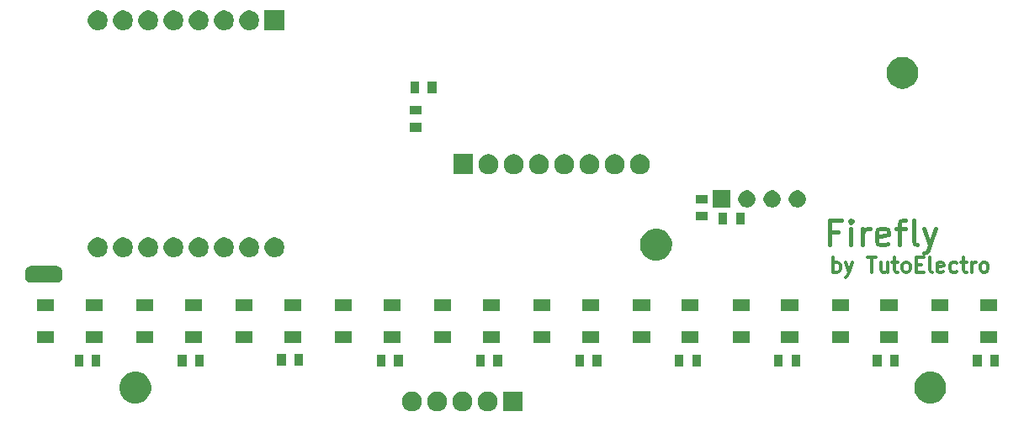
<source format=gts>
G04 #@! TF.GenerationSoftware,KiCad,Pcbnew,5.0.0-rc2-be01b52~65~ubuntu16.04.1*
G04 #@! TF.CreationDate,2018-06-25T12:20:31+02:00*
G04 #@! TF.ProjectId,Firefly,46697265666C792E6B696361645F7063,rev?*
G04 #@! TF.SameCoordinates,Original*
G04 #@! TF.FileFunction,Soldermask,Top*
G04 #@! TF.FilePolarity,Negative*
%FSLAX46Y46*%
G04 Gerber Fmt 4.6, Leading zero omitted, Abs format (unit mm)*
G04 Created by KiCad (PCBNEW 5.0.0-rc2-be01b52~65~ubuntu16.04.1) date Mon Jun 25 12:20:31 2018*
%MOMM*%
%LPD*%
G01*
G04 APERTURE LIST*
%ADD10C,0.350000*%
%ADD11C,0.450000*%
%ADD12C,0.100000*%
G04 APERTURE END LIST*
D10*
X182250000Y-127378571D02*
X182250000Y-125878571D01*
X182250000Y-126450000D02*
X182392857Y-126378571D01*
X182678571Y-126378571D01*
X182821428Y-126450000D01*
X182892857Y-126521428D01*
X182964285Y-126664285D01*
X182964285Y-127092857D01*
X182892857Y-127235714D01*
X182821428Y-127307142D01*
X182678571Y-127378571D01*
X182392857Y-127378571D01*
X182250000Y-127307142D01*
X183464285Y-126378571D02*
X183821428Y-127378571D01*
X184178571Y-126378571D02*
X183821428Y-127378571D01*
X183678571Y-127735714D01*
X183607142Y-127807142D01*
X183464285Y-127878571D01*
X185678571Y-125878571D02*
X186535714Y-125878571D01*
X186107142Y-127378571D02*
X186107142Y-125878571D01*
X187678571Y-126378571D02*
X187678571Y-127378571D01*
X187035714Y-126378571D02*
X187035714Y-127164285D01*
X187107142Y-127307142D01*
X187250000Y-127378571D01*
X187464285Y-127378571D01*
X187607142Y-127307142D01*
X187678571Y-127235714D01*
X188178571Y-126378571D02*
X188750000Y-126378571D01*
X188392857Y-125878571D02*
X188392857Y-127164285D01*
X188464285Y-127307142D01*
X188607142Y-127378571D01*
X188750000Y-127378571D01*
X189464285Y-127378571D02*
X189321428Y-127307142D01*
X189250000Y-127235714D01*
X189178571Y-127092857D01*
X189178571Y-126664285D01*
X189250000Y-126521428D01*
X189321428Y-126450000D01*
X189464285Y-126378571D01*
X189678571Y-126378571D01*
X189821428Y-126450000D01*
X189892857Y-126521428D01*
X189964285Y-126664285D01*
X189964285Y-127092857D01*
X189892857Y-127235714D01*
X189821428Y-127307142D01*
X189678571Y-127378571D01*
X189464285Y-127378571D01*
X190607142Y-126592857D02*
X191107142Y-126592857D01*
X191321428Y-127378571D02*
X190607142Y-127378571D01*
X190607142Y-125878571D01*
X191321428Y-125878571D01*
X192178571Y-127378571D02*
X192035714Y-127307142D01*
X191964285Y-127164285D01*
X191964285Y-125878571D01*
X193321428Y-127307142D02*
X193178571Y-127378571D01*
X192892857Y-127378571D01*
X192750000Y-127307142D01*
X192678571Y-127164285D01*
X192678571Y-126592857D01*
X192750000Y-126450000D01*
X192892857Y-126378571D01*
X193178571Y-126378571D01*
X193321428Y-126450000D01*
X193392857Y-126592857D01*
X193392857Y-126735714D01*
X192678571Y-126878571D01*
X194678571Y-127307142D02*
X194535714Y-127378571D01*
X194250000Y-127378571D01*
X194107142Y-127307142D01*
X194035714Y-127235714D01*
X193964285Y-127092857D01*
X193964285Y-126664285D01*
X194035714Y-126521428D01*
X194107142Y-126450000D01*
X194250000Y-126378571D01*
X194535714Y-126378571D01*
X194678571Y-126450000D01*
X195107142Y-126378571D02*
X195678571Y-126378571D01*
X195321428Y-125878571D02*
X195321428Y-127164285D01*
X195392857Y-127307142D01*
X195535714Y-127378571D01*
X195678571Y-127378571D01*
X196178571Y-127378571D02*
X196178571Y-126378571D01*
X196178571Y-126664285D02*
X196250000Y-126521428D01*
X196321428Y-126450000D01*
X196464285Y-126378571D01*
X196607142Y-126378571D01*
X197321428Y-127378571D02*
X197178571Y-127307142D01*
X197107142Y-127235714D01*
X197035714Y-127092857D01*
X197035714Y-126664285D01*
X197107142Y-126521428D01*
X197178571Y-126450000D01*
X197321428Y-126378571D01*
X197535714Y-126378571D01*
X197678571Y-126450000D01*
X197750000Y-126521428D01*
X197821428Y-126664285D01*
X197821428Y-127092857D01*
X197750000Y-127235714D01*
X197678571Y-127307142D01*
X197535714Y-127378571D01*
X197321428Y-127378571D01*
D11*
X182695238Y-123321428D02*
X181861904Y-123321428D01*
X181861904Y-124630952D02*
X181861904Y-122130952D01*
X183052380Y-122130952D01*
X184004761Y-124630952D02*
X184004761Y-122964285D01*
X184004761Y-122130952D02*
X183885714Y-122250000D01*
X184004761Y-122369047D01*
X184123809Y-122250000D01*
X184004761Y-122130952D01*
X184004761Y-122369047D01*
X185195238Y-124630952D02*
X185195238Y-122964285D01*
X185195238Y-123440476D02*
X185314285Y-123202380D01*
X185433333Y-123083333D01*
X185671428Y-122964285D01*
X185909523Y-122964285D01*
X187695238Y-124511904D02*
X187457142Y-124630952D01*
X186980952Y-124630952D01*
X186742857Y-124511904D01*
X186623809Y-124273809D01*
X186623809Y-123321428D01*
X186742857Y-123083333D01*
X186980952Y-122964285D01*
X187457142Y-122964285D01*
X187695238Y-123083333D01*
X187814285Y-123321428D01*
X187814285Y-123559523D01*
X186623809Y-123797619D01*
X188528571Y-122964285D02*
X189480952Y-122964285D01*
X188885714Y-124630952D02*
X188885714Y-122488095D01*
X189004761Y-122250000D01*
X189242857Y-122130952D01*
X189480952Y-122130952D01*
X190671428Y-124630952D02*
X190433333Y-124511904D01*
X190314285Y-124273809D01*
X190314285Y-122130952D01*
X191385714Y-122964285D02*
X191980952Y-124630952D01*
X192576190Y-122964285D02*
X191980952Y-124630952D01*
X191742857Y-125226190D01*
X191623809Y-125345238D01*
X191385714Y-125464285D01*
D12*
G36*
X145083151Y-139411230D02*
X145212158Y-139436891D01*
X145394433Y-139512392D01*
X145558484Y-139622008D01*
X145697992Y-139761516D01*
X145807608Y-139925567D01*
X145883109Y-140107842D01*
X145921600Y-140301352D01*
X145921600Y-140498648D01*
X145883109Y-140692158D01*
X145807608Y-140874433D01*
X145697992Y-141038484D01*
X145558484Y-141177992D01*
X145394433Y-141287608D01*
X145212158Y-141363109D01*
X145083151Y-141388770D01*
X145018649Y-141401600D01*
X144821351Y-141401600D01*
X144756849Y-141388770D01*
X144627842Y-141363109D01*
X144445567Y-141287608D01*
X144281516Y-141177992D01*
X144142008Y-141038484D01*
X144032392Y-140874433D01*
X143956891Y-140692158D01*
X143918400Y-140498648D01*
X143918400Y-140301352D01*
X143956891Y-140107842D01*
X144032392Y-139925567D01*
X144142008Y-139761516D01*
X144281516Y-139622008D01*
X144445567Y-139512392D01*
X144627842Y-139436891D01*
X144756849Y-139411230D01*
X144821351Y-139398400D01*
X145018649Y-139398400D01*
X145083151Y-139411230D01*
X145083151Y-139411230D01*
G37*
G36*
X142543151Y-139411230D02*
X142672158Y-139436891D01*
X142854433Y-139512392D01*
X143018484Y-139622008D01*
X143157992Y-139761516D01*
X143267608Y-139925567D01*
X143343109Y-140107842D01*
X143381600Y-140301352D01*
X143381600Y-140498648D01*
X143343109Y-140692158D01*
X143267608Y-140874433D01*
X143157992Y-141038484D01*
X143018484Y-141177992D01*
X142854433Y-141287608D01*
X142672158Y-141363109D01*
X142543151Y-141388770D01*
X142478649Y-141401600D01*
X142281351Y-141401600D01*
X142216849Y-141388770D01*
X142087842Y-141363109D01*
X141905567Y-141287608D01*
X141741516Y-141177992D01*
X141602008Y-141038484D01*
X141492392Y-140874433D01*
X141416891Y-140692158D01*
X141378400Y-140498648D01*
X141378400Y-140301352D01*
X141416891Y-140107842D01*
X141492392Y-139925567D01*
X141602008Y-139761516D01*
X141741516Y-139622008D01*
X141905567Y-139512392D01*
X142087842Y-139436891D01*
X142216849Y-139411230D01*
X142281351Y-139398400D01*
X142478649Y-139398400D01*
X142543151Y-139411230D01*
X142543151Y-139411230D01*
G37*
G36*
X140003151Y-139411230D02*
X140132158Y-139436891D01*
X140314433Y-139512392D01*
X140478484Y-139622008D01*
X140617992Y-139761516D01*
X140727608Y-139925567D01*
X140803109Y-140107842D01*
X140841600Y-140301352D01*
X140841600Y-140498648D01*
X140803109Y-140692158D01*
X140727608Y-140874433D01*
X140617992Y-141038484D01*
X140478484Y-141177992D01*
X140314433Y-141287608D01*
X140132158Y-141363109D01*
X140003151Y-141388770D01*
X139938649Y-141401600D01*
X139741351Y-141401600D01*
X139676849Y-141388770D01*
X139547842Y-141363109D01*
X139365567Y-141287608D01*
X139201516Y-141177992D01*
X139062008Y-141038484D01*
X138952392Y-140874433D01*
X138876891Y-140692158D01*
X138838400Y-140498648D01*
X138838400Y-140301352D01*
X138876891Y-140107842D01*
X138952392Y-139925567D01*
X139062008Y-139761516D01*
X139201516Y-139622008D01*
X139365567Y-139512392D01*
X139547842Y-139436891D01*
X139676849Y-139411230D01*
X139741351Y-139398400D01*
X139938649Y-139398400D01*
X140003151Y-139411230D01*
X140003151Y-139411230D01*
G37*
G36*
X151001600Y-141401600D02*
X148998400Y-141401600D01*
X148998400Y-139398400D01*
X151001600Y-139398400D01*
X151001600Y-141401600D01*
X151001600Y-141401600D01*
G37*
G36*
X147623151Y-139411230D02*
X147752158Y-139436891D01*
X147934433Y-139512392D01*
X148098484Y-139622008D01*
X148237992Y-139761516D01*
X148347608Y-139925567D01*
X148423109Y-140107842D01*
X148461600Y-140301352D01*
X148461600Y-140498648D01*
X148423109Y-140692158D01*
X148347608Y-140874433D01*
X148237992Y-141038484D01*
X148098484Y-141177992D01*
X147934433Y-141287608D01*
X147752158Y-141363109D01*
X147623151Y-141388770D01*
X147558649Y-141401600D01*
X147361351Y-141401600D01*
X147296849Y-141388770D01*
X147167842Y-141363109D01*
X146985567Y-141287608D01*
X146821516Y-141177992D01*
X146682008Y-141038484D01*
X146572392Y-140874433D01*
X146496891Y-140692158D01*
X146458400Y-140498648D01*
X146458400Y-140301352D01*
X146496891Y-140107842D01*
X146572392Y-139925567D01*
X146682008Y-139761516D01*
X146821516Y-139622008D01*
X146985567Y-139512392D01*
X147167842Y-139436891D01*
X147296849Y-139411230D01*
X147361351Y-139398400D01*
X147558649Y-139398400D01*
X147623151Y-139411230D01*
X147623151Y-139411230D01*
G37*
G36*
X192260886Y-137418916D02*
X192467171Y-137459949D01*
X192758640Y-137580679D01*
X193020961Y-137755957D01*
X193244043Y-137979039D01*
X193419321Y-138241360D01*
X193540051Y-138532829D01*
X193601600Y-138842257D01*
X193601600Y-139157743D01*
X193540051Y-139467171D01*
X193419321Y-139758640D01*
X193244043Y-140020961D01*
X193020961Y-140244043D01*
X192758640Y-140419321D01*
X192467171Y-140540051D01*
X192260886Y-140581084D01*
X192157744Y-140601600D01*
X191842256Y-140601600D01*
X191739114Y-140581084D01*
X191532829Y-140540051D01*
X191241360Y-140419321D01*
X190979039Y-140244043D01*
X190755957Y-140020961D01*
X190580679Y-139758640D01*
X190459949Y-139467171D01*
X190398400Y-139157743D01*
X190398400Y-138842257D01*
X190459949Y-138532829D01*
X190580679Y-138241360D01*
X190755957Y-137979039D01*
X190979039Y-137755957D01*
X191241360Y-137580679D01*
X191532829Y-137459949D01*
X191739114Y-137418916D01*
X191842256Y-137398400D01*
X192157744Y-137398400D01*
X192260886Y-137418916D01*
X192260886Y-137418916D01*
G37*
G36*
X112260886Y-137418916D02*
X112467171Y-137459949D01*
X112758640Y-137580679D01*
X113020961Y-137755957D01*
X113244043Y-137979039D01*
X113419321Y-138241360D01*
X113540051Y-138532829D01*
X113601600Y-138842257D01*
X113601600Y-139157743D01*
X113540051Y-139467171D01*
X113419321Y-139758640D01*
X113244043Y-140020961D01*
X113020961Y-140244043D01*
X112758640Y-140419321D01*
X112467171Y-140540051D01*
X112260886Y-140581084D01*
X112157744Y-140601600D01*
X111842256Y-140601600D01*
X111739114Y-140581084D01*
X111532829Y-140540051D01*
X111241360Y-140419321D01*
X110979039Y-140244043D01*
X110755957Y-140020961D01*
X110580679Y-139758640D01*
X110459949Y-139467171D01*
X110398400Y-139157743D01*
X110398400Y-138842257D01*
X110459949Y-138532829D01*
X110580679Y-138241360D01*
X110755957Y-137979039D01*
X110979039Y-137755957D01*
X111241360Y-137580679D01*
X111532829Y-137459949D01*
X111739114Y-137418916D01*
X111842256Y-137398400D01*
X112157744Y-137398400D01*
X112260886Y-137418916D01*
X112260886Y-137418916D01*
G37*
G36*
X168911600Y-136901600D02*
X168038400Y-136901600D01*
X168038400Y-135698400D01*
X168911600Y-135698400D01*
X168911600Y-136901600D01*
X168911600Y-136901600D01*
G37*
G36*
X138911600Y-136901600D02*
X138038400Y-136901600D01*
X138038400Y-135698400D01*
X138911600Y-135698400D01*
X138911600Y-136901600D01*
X138911600Y-136901600D01*
G37*
G36*
X137161600Y-136901600D02*
X136288400Y-136901600D01*
X136288400Y-135698400D01*
X137161600Y-135698400D01*
X137161600Y-136901600D01*
X137161600Y-136901600D01*
G37*
G36*
X147161600Y-136901600D02*
X146288400Y-136901600D01*
X146288400Y-135698400D01*
X147161600Y-135698400D01*
X147161600Y-136901600D01*
X147161600Y-136901600D01*
G37*
G36*
X148911600Y-136901600D02*
X148038400Y-136901600D01*
X148038400Y-135698400D01*
X148911600Y-135698400D01*
X148911600Y-136901600D01*
X148911600Y-136901600D01*
G37*
G36*
X157161600Y-136901600D02*
X156288400Y-136901600D01*
X156288400Y-135698400D01*
X157161600Y-135698400D01*
X157161600Y-136901600D01*
X157161600Y-136901600D01*
G37*
G36*
X158911600Y-136901600D02*
X158038400Y-136901600D01*
X158038400Y-135698400D01*
X158911600Y-135698400D01*
X158911600Y-136901600D01*
X158911600Y-136901600D01*
G37*
G36*
X167161600Y-136901600D02*
X166288400Y-136901600D01*
X166288400Y-135698400D01*
X167161600Y-135698400D01*
X167161600Y-136901600D01*
X167161600Y-136901600D01*
G37*
G36*
X177161600Y-136901600D02*
X176288400Y-136901600D01*
X176288400Y-135698400D01*
X177161600Y-135698400D01*
X177161600Y-136901600D01*
X177161600Y-136901600D01*
G37*
G36*
X187086600Y-136901600D02*
X186213400Y-136901600D01*
X186213400Y-135698400D01*
X187086600Y-135698400D01*
X187086600Y-136901600D01*
X187086600Y-136901600D01*
G37*
G36*
X178911600Y-136901600D02*
X178038400Y-136901600D01*
X178038400Y-135698400D01*
X178911600Y-135698400D01*
X178911600Y-136901600D01*
X178911600Y-136901600D01*
G37*
G36*
X188836600Y-136901600D02*
X187963400Y-136901600D01*
X187963400Y-135698400D01*
X188836600Y-135698400D01*
X188836600Y-136901600D01*
X188836600Y-136901600D01*
G37*
G36*
X197161600Y-136901600D02*
X196288400Y-136901600D01*
X196288400Y-135698400D01*
X197161600Y-135698400D01*
X197161600Y-136901600D01*
X197161600Y-136901600D01*
G37*
G36*
X198911600Y-136901600D02*
X198038400Y-136901600D01*
X198038400Y-135698400D01*
X198911600Y-135698400D01*
X198911600Y-136901600D01*
X198911600Y-136901600D01*
G37*
G36*
X117161600Y-136901600D02*
X116288400Y-136901600D01*
X116288400Y-135698400D01*
X117161600Y-135698400D01*
X117161600Y-136901600D01*
X117161600Y-136901600D01*
G37*
G36*
X106761600Y-136901600D02*
X105888400Y-136901600D01*
X105888400Y-135698400D01*
X106761600Y-135698400D01*
X106761600Y-136901600D01*
X106761600Y-136901600D01*
G37*
G36*
X108511600Y-136901600D02*
X107638400Y-136901600D01*
X107638400Y-135698400D01*
X108511600Y-135698400D01*
X108511600Y-136901600D01*
X108511600Y-136901600D01*
G37*
G36*
X118911600Y-136901600D02*
X118038400Y-136901600D01*
X118038400Y-135698400D01*
X118911600Y-135698400D01*
X118911600Y-136901600D01*
X118911600Y-136901600D01*
G37*
G36*
X127161600Y-136801600D02*
X126288400Y-136801600D01*
X126288400Y-135598400D01*
X127161600Y-135598400D01*
X127161600Y-136801600D01*
X127161600Y-136801600D01*
G37*
G36*
X128911600Y-136801600D02*
X128038400Y-136801600D01*
X128038400Y-135598400D01*
X128911600Y-135598400D01*
X128911600Y-136801600D01*
X128911600Y-136801600D01*
G37*
G36*
X118701600Y-134501600D02*
X116998400Y-134501600D01*
X116998400Y-133298400D01*
X118701600Y-133298400D01*
X118701600Y-134501600D01*
X118701600Y-134501600D01*
G37*
G36*
X173801600Y-134501600D02*
X172098400Y-134501600D01*
X172098400Y-133298400D01*
X173801600Y-133298400D01*
X173801600Y-134501600D01*
X173801600Y-134501600D01*
G37*
G36*
X198701600Y-134501600D02*
X196998400Y-134501600D01*
X196998400Y-133298400D01*
X198701600Y-133298400D01*
X198701600Y-134501600D01*
X198701600Y-134501600D01*
G37*
G36*
X193801600Y-134501600D02*
X192098400Y-134501600D01*
X192098400Y-133298400D01*
X193801600Y-133298400D01*
X193801600Y-134501600D01*
X193801600Y-134501600D01*
G37*
G36*
X188701600Y-134501600D02*
X186998400Y-134501600D01*
X186998400Y-133298400D01*
X188701600Y-133298400D01*
X188701600Y-134501600D01*
X188701600Y-134501600D01*
G37*
G36*
X183801600Y-134501600D02*
X182098400Y-134501600D01*
X182098400Y-133298400D01*
X183801600Y-133298400D01*
X183801600Y-134501600D01*
X183801600Y-134501600D01*
G37*
G36*
X128701600Y-134501600D02*
X126998400Y-134501600D01*
X126998400Y-133298400D01*
X128701600Y-133298400D01*
X128701600Y-134501600D01*
X128701600Y-134501600D01*
G37*
G36*
X168701600Y-134501600D02*
X166998400Y-134501600D01*
X166998400Y-133298400D01*
X168701600Y-133298400D01*
X168701600Y-134501600D01*
X168701600Y-134501600D01*
G37*
G36*
X178701600Y-134501600D02*
X176998400Y-134501600D01*
X176998400Y-133298400D01*
X178701600Y-133298400D01*
X178701600Y-134501600D01*
X178701600Y-134501600D01*
G37*
G36*
X113801600Y-134501600D02*
X112098400Y-134501600D01*
X112098400Y-133298400D01*
X113801600Y-133298400D01*
X113801600Y-134501600D01*
X113801600Y-134501600D01*
G37*
G36*
X138701600Y-134501600D02*
X136998400Y-134501600D01*
X136998400Y-133298400D01*
X138701600Y-133298400D01*
X138701600Y-134501600D01*
X138701600Y-134501600D01*
G37*
G36*
X133801600Y-134501600D02*
X132098400Y-134501600D01*
X132098400Y-133298400D01*
X133801600Y-133298400D01*
X133801600Y-134501600D01*
X133801600Y-134501600D01*
G37*
G36*
X103801600Y-134501600D02*
X102098400Y-134501600D01*
X102098400Y-133298400D01*
X103801600Y-133298400D01*
X103801600Y-134501600D01*
X103801600Y-134501600D01*
G37*
G36*
X148701600Y-134501600D02*
X146998400Y-134501600D01*
X146998400Y-133298400D01*
X148701600Y-133298400D01*
X148701600Y-134501600D01*
X148701600Y-134501600D01*
G37*
G36*
X143801600Y-134501600D02*
X142098400Y-134501600D01*
X142098400Y-133298400D01*
X143801600Y-133298400D01*
X143801600Y-134501600D01*
X143801600Y-134501600D01*
G37*
G36*
X153801600Y-134501600D02*
X152098400Y-134501600D01*
X152098400Y-133298400D01*
X153801600Y-133298400D01*
X153801600Y-134501600D01*
X153801600Y-134501600D01*
G37*
G36*
X158701600Y-134501600D02*
X156998400Y-134501600D01*
X156998400Y-133298400D01*
X158701600Y-133298400D01*
X158701600Y-134501600D01*
X158701600Y-134501600D01*
G37*
G36*
X163801600Y-134501600D02*
X162098400Y-134501600D01*
X162098400Y-133298400D01*
X163801600Y-133298400D01*
X163801600Y-134501600D01*
X163801600Y-134501600D01*
G37*
G36*
X108701600Y-134501600D02*
X106998400Y-134501600D01*
X106998400Y-133298400D01*
X108701600Y-133298400D01*
X108701600Y-134501600D01*
X108701600Y-134501600D01*
G37*
G36*
X123801600Y-134501600D02*
X122098400Y-134501600D01*
X122098400Y-133298400D01*
X123801600Y-133298400D01*
X123801600Y-134501600D01*
X123801600Y-134501600D01*
G37*
G36*
X153801600Y-131301600D02*
X152098400Y-131301600D01*
X152098400Y-130098400D01*
X153801600Y-130098400D01*
X153801600Y-131301600D01*
X153801600Y-131301600D01*
G37*
G36*
X143801600Y-131301600D02*
X142098400Y-131301600D01*
X142098400Y-130098400D01*
X143801600Y-130098400D01*
X143801600Y-131301600D01*
X143801600Y-131301600D01*
G37*
G36*
X148701600Y-131301600D02*
X146998400Y-131301600D01*
X146998400Y-130098400D01*
X148701600Y-130098400D01*
X148701600Y-131301600D01*
X148701600Y-131301600D01*
G37*
G36*
X133801600Y-131301600D02*
X132098400Y-131301600D01*
X132098400Y-130098400D01*
X133801600Y-130098400D01*
X133801600Y-131301600D01*
X133801600Y-131301600D01*
G37*
G36*
X138701600Y-131301600D02*
X136998400Y-131301600D01*
X136998400Y-130098400D01*
X138701600Y-130098400D01*
X138701600Y-131301600D01*
X138701600Y-131301600D01*
G37*
G36*
X113801600Y-131301600D02*
X112098400Y-131301600D01*
X112098400Y-130098400D01*
X113801600Y-130098400D01*
X113801600Y-131301600D01*
X113801600Y-131301600D01*
G37*
G36*
X118701600Y-131301600D02*
X116998400Y-131301600D01*
X116998400Y-130098400D01*
X118701600Y-130098400D01*
X118701600Y-131301600D01*
X118701600Y-131301600D01*
G37*
G36*
X108701600Y-131301600D02*
X106998400Y-131301600D01*
X106998400Y-130098400D01*
X108701600Y-130098400D01*
X108701600Y-131301600D01*
X108701600Y-131301600D01*
G37*
G36*
X123801600Y-131301600D02*
X122098400Y-131301600D01*
X122098400Y-130098400D01*
X123801600Y-130098400D01*
X123801600Y-131301600D01*
X123801600Y-131301600D01*
G37*
G36*
X173801600Y-131301600D02*
X172098400Y-131301600D01*
X172098400Y-130098400D01*
X173801600Y-130098400D01*
X173801600Y-131301600D01*
X173801600Y-131301600D01*
G37*
G36*
X163801600Y-131301600D02*
X162098400Y-131301600D01*
X162098400Y-130098400D01*
X163801600Y-130098400D01*
X163801600Y-131301600D01*
X163801600Y-131301600D01*
G37*
G36*
X103801600Y-131301600D02*
X102098400Y-131301600D01*
X102098400Y-130098400D01*
X103801600Y-130098400D01*
X103801600Y-131301600D01*
X103801600Y-131301600D01*
G37*
G36*
X128701600Y-131301600D02*
X126998400Y-131301600D01*
X126998400Y-130098400D01*
X128701600Y-130098400D01*
X128701600Y-131301600D01*
X128701600Y-131301600D01*
G37*
G36*
X158701600Y-131301600D02*
X156998400Y-131301600D01*
X156998400Y-130098400D01*
X158701600Y-130098400D01*
X158701600Y-131301600D01*
X158701600Y-131301600D01*
G37*
G36*
X193801600Y-131301600D02*
X192098400Y-131301600D01*
X192098400Y-130098400D01*
X193801600Y-130098400D01*
X193801600Y-131301600D01*
X193801600Y-131301600D01*
G37*
G36*
X198701600Y-131301600D02*
X196998400Y-131301600D01*
X196998400Y-130098400D01*
X198701600Y-130098400D01*
X198701600Y-131301600D01*
X198701600Y-131301600D01*
G37*
G36*
X183801600Y-131301600D02*
X182098400Y-131301600D01*
X182098400Y-130098400D01*
X183801600Y-130098400D01*
X183801600Y-131301600D01*
X183801600Y-131301600D01*
G37*
G36*
X178701600Y-131301600D02*
X176998400Y-131301600D01*
X176998400Y-130098400D01*
X178701600Y-130098400D01*
X178701600Y-131301600D01*
X178701600Y-131301600D01*
G37*
G36*
X168701600Y-131301600D02*
X166998400Y-131301600D01*
X166998400Y-130098400D01*
X168701600Y-130098400D01*
X168701600Y-131301600D01*
X168701600Y-131301600D01*
G37*
G36*
X188701600Y-131301600D02*
X186998400Y-131301600D01*
X186998400Y-130098400D01*
X188701600Y-130098400D01*
X188701600Y-131301600D01*
X188701600Y-131301600D01*
G37*
G36*
X104174177Y-126749925D02*
X104182960Y-126754619D01*
X104192487Y-126757509D01*
X104217367Y-126759960D01*
X104330223Y-126794194D01*
X104434232Y-126849788D01*
X104525396Y-126924605D01*
X104600213Y-127015769D01*
X104655807Y-127119778D01*
X104690041Y-127232634D01*
X104701601Y-127350000D01*
X104701601Y-127850000D01*
X104690041Y-127967366D01*
X104655807Y-128080222D01*
X104600213Y-128184231D01*
X104525396Y-128275395D01*
X104434232Y-128350212D01*
X104330223Y-128405806D01*
X104217367Y-128440040D01*
X104194973Y-128442246D01*
X104187654Y-128443701D01*
X104178454Y-128447512D01*
X104172336Y-128451600D01*
X101427681Y-128451600D01*
X101425823Y-128450075D01*
X101417040Y-128445381D01*
X101407513Y-128442491D01*
X101382633Y-128440040D01*
X101269777Y-128405806D01*
X101165768Y-128350212D01*
X101074604Y-128275395D01*
X100999787Y-128184231D01*
X100944193Y-128080222D01*
X100909959Y-127967366D01*
X100898399Y-127850000D01*
X100898399Y-127350000D01*
X100909959Y-127232634D01*
X100944193Y-127119778D01*
X100999787Y-127015769D01*
X101074604Y-126924605D01*
X101165768Y-126849788D01*
X101269777Y-126794194D01*
X101382633Y-126759960D01*
X101405027Y-126757754D01*
X101412346Y-126756299D01*
X101421546Y-126752488D01*
X101427664Y-126748400D01*
X104172319Y-126748400D01*
X104174177Y-126749925D01*
X104174177Y-126749925D01*
G37*
G36*
X164660886Y-123018916D02*
X164867171Y-123059949D01*
X165158640Y-123180679D01*
X165420961Y-123355957D01*
X165644043Y-123579039D01*
X165819321Y-123841360D01*
X165940051Y-124132829D01*
X165940051Y-124132831D01*
X166001600Y-124442256D01*
X166001600Y-124757744D01*
X166000882Y-124761352D01*
X165940051Y-125067171D01*
X165819321Y-125358640D01*
X165725880Y-125498484D01*
X165644044Y-125620960D01*
X165420960Y-125844044D01*
X165333521Y-125902469D01*
X165158640Y-126019321D01*
X164867171Y-126140051D01*
X164660886Y-126181084D01*
X164557744Y-126201600D01*
X164242256Y-126201600D01*
X164139114Y-126181084D01*
X163932829Y-126140051D01*
X163641360Y-126019321D01*
X163466479Y-125902469D01*
X163379040Y-125844044D01*
X163155956Y-125620960D01*
X163074120Y-125498484D01*
X162980679Y-125358640D01*
X162859949Y-125067171D01*
X162799118Y-124761352D01*
X162798400Y-124757744D01*
X162798400Y-124442256D01*
X162859949Y-124132831D01*
X162859949Y-124132829D01*
X162980679Y-123841360D01*
X163155957Y-123579039D01*
X163379039Y-123355957D01*
X163641360Y-123180679D01*
X163932829Y-123059949D01*
X164139114Y-123018916D01*
X164242256Y-122998400D01*
X164557744Y-122998400D01*
X164660886Y-123018916D01*
X164660886Y-123018916D01*
G37*
G36*
X123623151Y-123871230D02*
X123752158Y-123896891D01*
X123934433Y-123972392D01*
X124098484Y-124082008D01*
X124237992Y-124221516D01*
X124347608Y-124385567D01*
X124423109Y-124567842D01*
X124423109Y-124567844D01*
X124460883Y-124757744D01*
X124461600Y-124761352D01*
X124461600Y-124958648D01*
X124423109Y-125152158D01*
X124347608Y-125334433D01*
X124237992Y-125498484D01*
X124098484Y-125637992D01*
X123934433Y-125747608D01*
X123752158Y-125823109D01*
X123646914Y-125844043D01*
X123558649Y-125861600D01*
X123361351Y-125861600D01*
X123273086Y-125844043D01*
X123167842Y-125823109D01*
X122985567Y-125747608D01*
X122821516Y-125637992D01*
X122682008Y-125498484D01*
X122572392Y-125334433D01*
X122496891Y-125152158D01*
X122458400Y-124958648D01*
X122458400Y-124761352D01*
X122459118Y-124757744D01*
X122496891Y-124567844D01*
X122496891Y-124567842D01*
X122572392Y-124385567D01*
X122682008Y-124221516D01*
X122821516Y-124082008D01*
X122985567Y-123972392D01*
X123167842Y-123896891D01*
X123296849Y-123871230D01*
X123361351Y-123858400D01*
X123558649Y-123858400D01*
X123623151Y-123871230D01*
X123623151Y-123871230D01*
G37*
G36*
X113463151Y-123871230D02*
X113592158Y-123896891D01*
X113774433Y-123972392D01*
X113938484Y-124082008D01*
X114077992Y-124221516D01*
X114187608Y-124385567D01*
X114263109Y-124567842D01*
X114263109Y-124567844D01*
X114300883Y-124757744D01*
X114301600Y-124761352D01*
X114301600Y-124958648D01*
X114263109Y-125152158D01*
X114187608Y-125334433D01*
X114077992Y-125498484D01*
X113938484Y-125637992D01*
X113774433Y-125747608D01*
X113592158Y-125823109D01*
X113486914Y-125844043D01*
X113398649Y-125861600D01*
X113201351Y-125861600D01*
X113113086Y-125844043D01*
X113007842Y-125823109D01*
X112825567Y-125747608D01*
X112661516Y-125637992D01*
X112522008Y-125498484D01*
X112412392Y-125334433D01*
X112336891Y-125152158D01*
X112298400Y-124958648D01*
X112298400Y-124761352D01*
X112299118Y-124757744D01*
X112336891Y-124567844D01*
X112336891Y-124567842D01*
X112412392Y-124385567D01*
X112522008Y-124221516D01*
X112661516Y-124082008D01*
X112825567Y-123972392D01*
X113007842Y-123896891D01*
X113136849Y-123871230D01*
X113201351Y-123858400D01*
X113398649Y-123858400D01*
X113463151Y-123871230D01*
X113463151Y-123871230D01*
G37*
G36*
X116003151Y-123871230D02*
X116132158Y-123896891D01*
X116314433Y-123972392D01*
X116478484Y-124082008D01*
X116617992Y-124221516D01*
X116727608Y-124385567D01*
X116803109Y-124567842D01*
X116803109Y-124567844D01*
X116840883Y-124757744D01*
X116841600Y-124761352D01*
X116841600Y-124958648D01*
X116803109Y-125152158D01*
X116727608Y-125334433D01*
X116617992Y-125498484D01*
X116478484Y-125637992D01*
X116314433Y-125747608D01*
X116132158Y-125823109D01*
X116026914Y-125844043D01*
X115938649Y-125861600D01*
X115741351Y-125861600D01*
X115653086Y-125844043D01*
X115547842Y-125823109D01*
X115365567Y-125747608D01*
X115201516Y-125637992D01*
X115062008Y-125498484D01*
X114952392Y-125334433D01*
X114876891Y-125152158D01*
X114838400Y-124958648D01*
X114838400Y-124761352D01*
X114839118Y-124757744D01*
X114876891Y-124567844D01*
X114876891Y-124567842D01*
X114952392Y-124385567D01*
X115062008Y-124221516D01*
X115201516Y-124082008D01*
X115365567Y-123972392D01*
X115547842Y-123896891D01*
X115676849Y-123871230D01*
X115741351Y-123858400D01*
X115938649Y-123858400D01*
X116003151Y-123871230D01*
X116003151Y-123871230D01*
G37*
G36*
X118543151Y-123871230D02*
X118672158Y-123896891D01*
X118854433Y-123972392D01*
X119018484Y-124082008D01*
X119157992Y-124221516D01*
X119267608Y-124385567D01*
X119343109Y-124567842D01*
X119343109Y-124567844D01*
X119380883Y-124757744D01*
X119381600Y-124761352D01*
X119381600Y-124958648D01*
X119343109Y-125152158D01*
X119267608Y-125334433D01*
X119157992Y-125498484D01*
X119018484Y-125637992D01*
X118854433Y-125747608D01*
X118672158Y-125823109D01*
X118566914Y-125844043D01*
X118478649Y-125861600D01*
X118281351Y-125861600D01*
X118193086Y-125844043D01*
X118087842Y-125823109D01*
X117905567Y-125747608D01*
X117741516Y-125637992D01*
X117602008Y-125498484D01*
X117492392Y-125334433D01*
X117416891Y-125152158D01*
X117378400Y-124958648D01*
X117378400Y-124761352D01*
X117379118Y-124757744D01*
X117416891Y-124567844D01*
X117416891Y-124567842D01*
X117492392Y-124385567D01*
X117602008Y-124221516D01*
X117741516Y-124082008D01*
X117905567Y-123972392D01*
X118087842Y-123896891D01*
X118216849Y-123871230D01*
X118281351Y-123858400D01*
X118478649Y-123858400D01*
X118543151Y-123871230D01*
X118543151Y-123871230D01*
G37*
G36*
X121083151Y-123871230D02*
X121212158Y-123896891D01*
X121394433Y-123972392D01*
X121558484Y-124082008D01*
X121697992Y-124221516D01*
X121807608Y-124385567D01*
X121883109Y-124567842D01*
X121883109Y-124567844D01*
X121920883Y-124757744D01*
X121921600Y-124761352D01*
X121921600Y-124958648D01*
X121883109Y-125152158D01*
X121807608Y-125334433D01*
X121697992Y-125498484D01*
X121558484Y-125637992D01*
X121394433Y-125747608D01*
X121212158Y-125823109D01*
X121106914Y-125844043D01*
X121018649Y-125861600D01*
X120821351Y-125861600D01*
X120733086Y-125844043D01*
X120627842Y-125823109D01*
X120445567Y-125747608D01*
X120281516Y-125637992D01*
X120142008Y-125498484D01*
X120032392Y-125334433D01*
X119956891Y-125152158D01*
X119918400Y-124958648D01*
X119918400Y-124761352D01*
X119919118Y-124757744D01*
X119956891Y-124567844D01*
X119956891Y-124567842D01*
X120032392Y-124385567D01*
X120142008Y-124221516D01*
X120281516Y-124082008D01*
X120445567Y-123972392D01*
X120627842Y-123896891D01*
X120756849Y-123871230D01*
X120821351Y-123858400D01*
X121018649Y-123858400D01*
X121083151Y-123871230D01*
X121083151Y-123871230D01*
G37*
G36*
X126163151Y-123871230D02*
X126292158Y-123896891D01*
X126474433Y-123972392D01*
X126638484Y-124082008D01*
X126777992Y-124221516D01*
X126887608Y-124385567D01*
X126963109Y-124567842D01*
X126963109Y-124567844D01*
X127000883Y-124757744D01*
X127001600Y-124761352D01*
X127001600Y-124958648D01*
X126963109Y-125152158D01*
X126887608Y-125334433D01*
X126777992Y-125498484D01*
X126638484Y-125637992D01*
X126474433Y-125747608D01*
X126292158Y-125823109D01*
X126186914Y-125844043D01*
X126098649Y-125861600D01*
X125901351Y-125861600D01*
X125813086Y-125844043D01*
X125707842Y-125823109D01*
X125525567Y-125747608D01*
X125361516Y-125637992D01*
X125222008Y-125498484D01*
X125112392Y-125334433D01*
X125036891Y-125152158D01*
X124998400Y-124958648D01*
X124998400Y-124761352D01*
X124999118Y-124757744D01*
X125036891Y-124567844D01*
X125036891Y-124567842D01*
X125112392Y-124385567D01*
X125222008Y-124221516D01*
X125361516Y-124082008D01*
X125525567Y-123972392D01*
X125707842Y-123896891D01*
X125836849Y-123871230D01*
X125901351Y-123858400D01*
X126098649Y-123858400D01*
X126163151Y-123871230D01*
X126163151Y-123871230D01*
G37*
G36*
X108383151Y-123871230D02*
X108512158Y-123896891D01*
X108694433Y-123972392D01*
X108858484Y-124082008D01*
X108997992Y-124221516D01*
X109107608Y-124385567D01*
X109183109Y-124567842D01*
X109183109Y-124567844D01*
X109220883Y-124757744D01*
X109221600Y-124761352D01*
X109221600Y-124958648D01*
X109183109Y-125152158D01*
X109107608Y-125334433D01*
X108997992Y-125498484D01*
X108858484Y-125637992D01*
X108694433Y-125747608D01*
X108512158Y-125823109D01*
X108406914Y-125844043D01*
X108318649Y-125861600D01*
X108121351Y-125861600D01*
X108033086Y-125844043D01*
X107927842Y-125823109D01*
X107745567Y-125747608D01*
X107581516Y-125637992D01*
X107442008Y-125498484D01*
X107332392Y-125334433D01*
X107256891Y-125152158D01*
X107218400Y-124958648D01*
X107218400Y-124761352D01*
X107219118Y-124757744D01*
X107256891Y-124567844D01*
X107256891Y-124567842D01*
X107332392Y-124385567D01*
X107442008Y-124221516D01*
X107581516Y-124082008D01*
X107745567Y-123972392D01*
X107927842Y-123896891D01*
X108056849Y-123871230D01*
X108121351Y-123858400D01*
X108318649Y-123858400D01*
X108383151Y-123871230D01*
X108383151Y-123871230D01*
G37*
G36*
X110923151Y-123871230D02*
X111052158Y-123896891D01*
X111234433Y-123972392D01*
X111398484Y-124082008D01*
X111537992Y-124221516D01*
X111647608Y-124385567D01*
X111723109Y-124567842D01*
X111723109Y-124567844D01*
X111760883Y-124757744D01*
X111761600Y-124761352D01*
X111761600Y-124958648D01*
X111723109Y-125152158D01*
X111647608Y-125334433D01*
X111537992Y-125498484D01*
X111398484Y-125637992D01*
X111234433Y-125747608D01*
X111052158Y-125823109D01*
X110946914Y-125844043D01*
X110858649Y-125861600D01*
X110661351Y-125861600D01*
X110573086Y-125844043D01*
X110467842Y-125823109D01*
X110285567Y-125747608D01*
X110121516Y-125637992D01*
X109982008Y-125498484D01*
X109872392Y-125334433D01*
X109796891Y-125152158D01*
X109758400Y-124958648D01*
X109758400Y-124761352D01*
X109759118Y-124757744D01*
X109796891Y-124567844D01*
X109796891Y-124567842D01*
X109872392Y-124385567D01*
X109982008Y-124221516D01*
X110121516Y-124082008D01*
X110285567Y-123972392D01*
X110467842Y-123896891D01*
X110596849Y-123871230D01*
X110661351Y-123858400D01*
X110858649Y-123858400D01*
X110923151Y-123871230D01*
X110923151Y-123871230D01*
G37*
G36*
X173311600Y-122601600D02*
X172438400Y-122601600D01*
X172438400Y-121398400D01*
X173311600Y-121398400D01*
X173311600Y-122601600D01*
X173311600Y-122601600D01*
G37*
G36*
X171561600Y-122601600D02*
X170688400Y-122601600D01*
X170688400Y-121398400D01*
X171561600Y-121398400D01*
X171561600Y-122601600D01*
X171561600Y-122601600D01*
G37*
G36*
X169601600Y-122186600D02*
X168398400Y-122186600D01*
X168398400Y-121313400D01*
X169601600Y-121313400D01*
X169601600Y-122186600D01*
X169601600Y-122186600D01*
G37*
G36*
X171863600Y-120863600D02*
X170136400Y-120863600D01*
X170136400Y-119136400D01*
X171863600Y-119136400D01*
X171863600Y-120863600D01*
X171863600Y-120863600D01*
G37*
G36*
X176331903Y-119169587D02*
X176489068Y-119234687D01*
X176630513Y-119329198D01*
X176750802Y-119449487D01*
X176845313Y-119590932D01*
X176910413Y-119748097D01*
X176943600Y-119914943D01*
X176943600Y-120085057D01*
X176910413Y-120251903D01*
X176845313Y-120409068D01*
X176750802Y-120550513D01*
X176630513Y-120670802D01*
X176489068Y-120765313D01*
X176331903Y-120830413D01*
X176165057Y-120863600D01*
X175994943Y-120863600D01*
X175828097Y-120830413D01*
X175670932Y-120765313D01*
X175529487Y-120670802D01*
X175409198Y-120550513D01*
X175314687Y-120409068D01*
X175249587Y-120251903D01*
X175216400Y-120085057D01*
X175216400Y-119914943D01*
X175249587Y-119748097D01*
X175314687Y-119590932D01*
X175409198Y-119449487D01*
X175529487Y-119329198D01*
X175670932Y-119234687D01*
X175828097Y-119169587D01*
X175994943Y-119136400D01*
X176165057Y-119136400D01*
X176331903Y-119169587D01*
X176331903Y-119169587D01*
G37*
G36*
X178871903Y-119169587D02*
X179029068Y-119234687D01*
X179170513Y-119329198D01*
X179290802Y-119449487D01*
X179385313Y-119590932D01*
X179450413Y-119748097D01*
X179483600Y-119914943D01*
X179483600Y-120085057D01*
X179450413Y-120251903D01*
X179385313Y-120409068D01*
X179290802Y-120550513D01*
X179170513Y-120670802D01*
X179029068Y-120765313D01*
X178871903Y-120830413D01*
X178705057Y-120863600D01*
X178534943Y-120863600D01*
X178368097Y-120830413D01*
X178210932Y-120765313D01*
X178069487Y-120670802D01*
X177949198Y-120550513D01*
X177854687Y-120409068D01*
X177789587Y-120251903D01*
X177756400Y-120085057D01*
X177756400Y-119914943D01*
X177789587Y-119748097D01*
X177854687Y-119590932D01*
X177949198Y-119449487D01*
X178069487Y-119329198D01*
X178210932Y-119234687D01*
X178368097Y-119169587D01*
X178534943Y-119136400D01*
X178705057Y-119136400D01*
X178871903Y-119169587D01*
X178871903Y-119169587D01*
G37*
G36*
X173791903Y-119169587D02*
X173949068Y-119234687D01*
X174090513Y-119329198D01*
X174210802Y-119449487D01*
X174305313Y-119590932D01*
X174370413Y-119748097D01*
X174403600Y-119914943D01*
X174403600Y-120085057D01*
X174370413Y-120251903D01*
X174305313Y-120409068D01*
X174210802Y-120550513D01*
X174090513Y-120670802D01*
X173949068Y-120765313D01*
X173791903Y-120830413D01*
X173625057Y-120863600D01*
X173454943Y-120863600D01*
X173288097Y-120830413D01*
X173130932Y-120765313D01*
X172989487Y-120670802D01*
X172869198Y-120550513D01*
X172774687Y-120409068D01*
X172709587Y-120251903D01*
X172676400Y-120085057D01*
X172676400Y-119914943D01*
X172709587Y-119748097D01*
X172774687Y-119590932D01*
X172869198Y-119449487D01*
X172989487Y-119329198D01*
X173130932Y-119234687D01*
X173288097Y-119169587D01*
X173454943Y-119136400D01*
X173625057Y-119136400D01*
X173791903Y-119169587D01*
X173791903Y-119169587D01*
G37*
G36*
X169601600Y-120436600D02*
X168398400Y-120436600D01*
X168398400Y-119563400D01*
X169601600Y-119563400D01*
X169601600Y-120436600D01*
X169601600Y-120436600D01*
G37*
G36*
X147703151Y-115511230D02*
X147832158Y-115536891D01*
X148014433Y-115612392D01*
X148178484Y-115722008D01*
X148317992Y-115861516D01*
X148427608Y-116025567D01*
X148503109Y-116207842D01*
X148541600Y-116401352D01*
X148541600Y-116598648D01*
X148503109Y-116792158D01*
X148427608Y-116974433D01*
X148317992Y-117138484D01*
X148178484Y-117277992D01*
X148014433Y-117387608D01*
X147832158Y-117463109D01*
X147703151Y-117488770D01*
X147638649Y-117501600D01*
X147441351Y-117501600D01*
X147376849Y-117488770D01*
X147247842Y-117463109D01*
X147065567Y-117387608D01*
X146901516Y-117277992D01*
X146762008Y-117138484D01*
X146652392Y-116974433D01*
X146576891Y-116792158D01*
X146538400Y-116598648D01*
X146538400Y-116401352D01*
X146576891Y-116207842D01*
X146652392Y-116025567D01*
X146762008Y-115861516D01*
X146901516Y-115722008D01*
X147065567Y-115612392D01*
X147247842Y-115536891D01*
X147376849Y-115511230D01*
X147441351Y-115498400D01*
X147638649Y-115498400D01*
X147703151Y-115511230D01*
X147703151Y-115511230D01*
G37*
G36*
X152783151Y-115511230D02*
X152912158Y-115536891D01*
X153094433Y-115612392D01*
X153258484Y-115722008D01*
X153397992Y-115861516D01*
X153507608Y-116025567D01*
X153583109Y-116207842D01*
X153621600Y-116401352D01*
X153621600Y-116598648D01*
X153583109Y-116792158D01*
X153507608Y-116974433D01*
X153397992Y-117138484D01*
X153258484Y-117277992D01*
X153094433Y-117387608D01*
X152912158Y-117463109D01*
X152783151Y-117488770D01*
X152718649Y-117501600D01*
X152521351Y-117501600D01*
X152456849Y-117488770D01*
X152327842Y-117463109D01*
X152145567Y-117387608D01*
X151981516Y-117277992D01*
X151842008Y-117138484D01*
X151732392Y-116974433D01*
X151656891Y-116792158D01*
X151618400Y-116598648D01*
X151618400Y-116401352D01*
X151656891Y-116207842D01*
X151732392Y-116025567D01*
X151842008Y-115861516D01*
X151981516Y-115722008D01*
X152145567Y-115612392D01*
X152327842Y-115536891D01*
X152456849Y-115511230D01*
X152521351Y-115498400D01*
X152718649Y-115498400D01*
X152783151Y-115511230D01*
X152783151Y-115511230D01*
G37*
G36*
X150243151Y-115511230D02*
X150372158Y-115536891D01*
X150554433Y-115612392D01*
X150718484Y-115722008D01*
X150857992Y-115861516D01*
X150967608Y-116025567D01*
X151043109Y-116207842D01*
X151081600Y-116401352D01*
X151081600Y-116598648D01*
X151043109Y-116792158D01*
X150967608Y-116974433D01*
X150857992Y-117138484D01*
X150718484Y-117277992D01*
X150554433Y-117387608D01*
X150372158Y-117463109D01*
X150243151Y-117488770D01*
X150178649Y-117501600D01*
X149981351Y-117501600D01*
X149916849Y-117488770D01*
X149787842Y-117463109D01*
X149605567Y-117387608D01*
X149441516Y-117277992D01*
X149302008Y-117138484D01*
X149192392Y-116974433D01*
X149116891Y-116792158D01*
X149078400Y-116598648D01*
X149078400Y-116401352D01*
X149116891Y-116207842D01*
X149192392Y-116025567D01*
X149302008Y-115861516D01*
X149441516Y-115722008D01*
X149605567Y-115612392D01*
X149787842Y-115536891D01*
X149916849Y-115511230D01*
X149981351Y-115498400D01*
X150178649Y-115498400D01*
X150243151Y-115511230D01*
X150243151Y-115511230D01*
G37*
G36*
X155323151Y-115511230D02*
X155452158Y-115536891D01*
X155634433Y-115612392D01*
X155798484Y-115722008D01*
X155937992Y-115861516D01*
X156047608Y-116025567D01*
X156123109Y-116207842D01*
X156161600Y-116401352D01*
X156161600Y-116598648D01*
X156123109Y-116792158D01*
X156047608Y-116974433D01*
X155937992Y-117138484D01*
X155798484Y-117277992D01*
X155634433Y-117387608D01*
X155452158Y-117463109D01*
X155323151Y-117488770D01*
X155258649Y-117501600D01*
X155061351Y-117501600D01*
X154996849Y-117488770D01*
X154867842Y-117463109D01*
X154685567Y-117387608D01*
X154521516Y-117277992D01*
X154382008Y-117138484D01*
X154272392Y-116974433D01*
X154196891Y-116792158D01*
X154158400Y-116598648D01*
X154158400Y-116401352D01*
X154196891Y-116207842D01*
X154272392Y-116025567D01*
X154382008Y-115861516D01*
X154521516Y-115722008D01*
X154685567Y-115612392D01*
X154867842Y-115536891D01*
X154996849Y-115511230D01*
X155061351Y-115498400D01*
X155258649Y-115498400D01*
X155323151Y-115511230D01*
X155323151Y-115511230D01*
G37*
G36*
X146001600Y-117501600D02*
X143998400Y-117501600D01*
X143998400Y-115498400D01*
X146001600Y-115498400D01*
X146001600Y-117501600D01*
X146001600Y-117501600D01*
G37*
G36*
X157863151Y-115511230D02*
X157992158Y-115536891D01*
X158174433Y-115612392D01*
X158338484Y-115722008D01*
X158477992Y-115861516D01*
X158587608Y-116025567D01*
X158663109Y-116207842D01*
X158701600Y-116401352D01*
X158701600Y-116598648D01*
X158663109Y-116792158D01*
X158587608Y-116974433D01*
X158477992Y-117138484D01*
X158338484Y-117277992D01*
X158174433Y-117387608D01*
X157992158Y-117463109D01*
X157863151Y-117488770D01*
X157798649Y-117501600D01*
X157601351Y-117501600D01*
X157536849Y-117488770D01*
X157407842Y-117463109D01*
X157225567Y-117387608D01*
X157061516Y-117277992D01*
X156922008Y-117138484D01*
X156812392Y-116974433D01*
X156736891Y-116792158D01*
X156698400Y-116598648D01*
X156698400Y-116401352D01*
X156736891Y-116207842D01*
X156812392Y-116025567D01*
X156922008Y-115861516D01*
X157061516Y-115722008D01*
X157225567Y-115612392D01*
X157407842Y-115536891D01*
X157536849Y-115511230D01*
X157601351Y-115498400D01*
X157798649Y-115498400D01*
X157863151Y-115511230D01*
X157863151Y-115511230D01*
G37*
G36*
X160403151Y-115511230D02*
X160532158Y-115536891D01*
X160714433Y-115612392D01*
X160878484Y-115722008D01*
X161017992Y-115861516D01*
X161127608Y-116025567D01*
X161203109Y-116207842D01*
X161241600Y-116401352D01*
X161241600Y-116598648D01*
X161203109Y-116792158D01*
X161127608Y-116974433D01*
X161017992Y-117138484D01*
X160878484Y-117277992D01*
X160714433Y-117387608D01*
X160532158Y-117463109D01*
X160403151Y-117488770D01*
X160338649Y-117501600D01*
X160141351Y-117501600D01*
X160076849Y-117488770D01*
X159947842Y-117463109D01*
X159765567Y-117387608D01*
X159601516Y-117277992D01*
X159462008Y-117138484D01*
X159352392Y-116974433D01*
X159276891Y-116792158D01*
X159238400Y-116598648D01*
X159238400Y-116401352D01*
X159276891Y-116207842D01*
X159352392Y-116025567D01*
X159462008Y-115861516D01*
X159601516Y-115722008D01*
X159765567Y-115612392D01*
X159947842Y-115536891D01*
X160076849Y-115511230D01*
X160141351Y-115498400D01*
X160338649Y-115498400D01*
X160403151Y-115511230D01*
X160403151Y-115511230D01*
G37*
G36*
X162943151Y-115511230D02*
X163072158Y-115536891D01*
X163254433Y-115612392D01*
X163418484Y-115722008D01*
X163557992Y-115861516D01*
X163667608Y-116025567D01*
X163743109Y-116207842D01*
X163781600Y-116401352D01*
X163781600Y-116598648D01*
X163743109Y-116792158D01*
X163667608Y-116974433D01*
X163557992Y-117138484D01*
X163418484Y-117277992D01*
X163254433Y-117387608D01*
X163072158Y-117463109D01*
X162943151Y-117488770D01*
X162878649Y-117501600D01*
X162681351Y-117501600D01*
X162616849Y-117488770D01*
X162487842Y-117463109D01*
X162305567Y-117387608D01*
X162141516Y-117277992D01*
X162002008Y-117138484D01*
X161892392Y-116974433D01*
X161816891Y-116792158D01*
X161778400Y-116598648D01*
X161778400Y-116401352D01*
X161816891Y-116207842D01*
X161892392Y-116025567D01*
X162002008Y-115861516D01*
X162141516Y-115722008D01*
X162305567Y-115612392D01*
X162487842Y-115536891D01*
X162616849Y-115511230D01*
X162681351Y-115498400D01*
X162878649Y-115498400D01*
X162943151Y-115511230D01*
X162943151Y-115511230D01*
G37*
G36*
X140801600Y-113236600D02*
X139598400Y-113236600D01*
X139598400Y-112363400D01*
X140801600Y-112363400D01*
X140801600Y-113236600D01*
X140801600Y-113236600D01*
G37*
G36*
X140801600Y-111486600D02*
X139598400Y-111486600D01*
X139598400Y-110613400D01*
X140801600Y-110613400D01*
X140801600Y-111486600D01*
X140801600Y-111486600D01*
G37*
G36*
X140561600Y-109401600D02*
X139688400Y-109401600D01*
X139688400Y-108198400D01*
X140561600Y-108198400D01*
X140561600Y-109401600D01*
X140561600Y-109401600D01*
G37*
G36*
X142311600Y-109401600D02*
X141438400Y-109401600D01*
X141438400Y-108198400D01*
X142311600Y-108198400D01*
X142311600Y-109401600D01*
X142311600Y-109401600D01*
G37*
G36*
X189460886Y-105718916D02*
X189667171Y-105759949D01*
X189958640Y-105880679D01*
X190220961Y-106055957D01*
X190444043Y-106279039D01*
X190619321Y-106541360D01*
X190740051Y-106832829D01*
X190801600Y-107142257D01*
X190801600Y-107457743D01*
X190740051Y-107767171D01*
X190619321Y-108058640D01*
X190444043Y-108320961D01*
X190220961Y-108544043D01*
X189958640Y-108719321D01*
X189667171Y-108840051D01*
X189460886Y-108881084D01*
X189357744Y-108901600D01*
X189042256Y-108901600D01*
X188939114Y-108881084D01*
X188732829Y-108840051D01*
X188441360Y-108719321D01*
X188179039Y-108544043D01*
X187955957Y-108320961D01*
X187780679Y-108058640D01*
X187659949Y-107767171D01*
X187598400Y-107457743D01*
X187598400Y-107142257D01*
X187659949Y-106832829D01*
X187780679Y-106541360D01*
X187955957Y-106279039D01*
X188179039Y-106055957D01*
X188441360Y-105880679D01*
X188732829Y-105759949D01*
X188939114Y-105718916D01*
X189042256Y-105698400D01*
X189357744Y-105698400D01*
X189460886Y-105718916D01*
X189460886Y-105718916D01*
G37*
G36*
X123623151Y-101011230D02*
X123752158Y-101036891D01*
X123934433Y-101112392D01*
X124098484Y-101222008D01*
X124237992Y-101361516D01*
X124347608Y-101525567D01*
X124423109Y-101707842D01*
X124461600Y-101901352D01*
X124461600Y-102098648D01*
X124423109Y-102292158D01*
X124347608Y-102474433D01*
X124237992Y-102638484D01*
X124098484Y-102777992D01*
X123934433Y-102887608D01*
X123752158Y-102963109D01*
X123623151Y-102988770D01*
X123558649Y-103001600D01*
X123361351Y-103001600D01*
X123296849Y-102988770D01*
X123167842Y-102963109D01*
X122985567Y-102887608D01*
X122821516Y-102777992D01*
X122682008Y-102638484D01*
X122572392Y-102474433D01*
X122496891Y-102292158D01*
X122458400Y-102098648D01*
X122458400Y-101901352D01*
X122496891Y-101707842D01*
X122572392Y-101525567D01*
X122682008Y-101361516D01*
X122821516Y-101222008D01*
X122985567Y-101112392D01*
X123167842Y-101036891D01*
X123296849Y-101011230D01*
X123361351Y-100998400D01*
X123558649Y-100998400D01*
X123623151Y-101011230D01*
X123623151Y-101011230D01*
G37*
G36*
X108383151Y-101011230D02*
X108512158Y-101036891D01*
X108694433Y-101112392D01*
X108858484Y-101222008D01*
X108997992Y-101361516D01*
X109107608Y-101525567D01*
X109183109Y-101707842D01*
X109221600Y-101901352D01*
X109221600Y-102098648D01*
X109183109Y-102292158D01*
X109107608Y-102474433D01*
X108997992Y-102638484D01*
X108858484Y-102777992D01*
X108694433Y-102887608D01*
X108512158Y-102963109D01*
X108383151Y-102988770D01*
X108318649Y-103001600D01*
X108121351Y-103001600D01*
X108056849Y-102988770D01*
X107927842Y-102963109D01*
X107745567Y-102887608D01*
X107581516Y-102777992D01*
X107442008Y-102638484D01*
X107332392Y-102474433D01*
X107256891Y-102292158D01*
X107218400Y-102098648D01*
X107218400Y-101901352D01*
X107256891Y-101707842D01*
X107332392Y-101525567D01*
X107442008Y-101361516D01*
X107581516Y-101222008D01*
X107745567Y-101112392D01*
X107927842Y-101036891D01*
X108056849Y-101011230D01*
X108121351Y-100998400D01*
X108318649Y-100998400D01*
X108383151Y-101011230D01*
X108383151Y-101011230D01*
G37*
G36*
X110923151Y-101011230D02*
X111052158Y-101036891D01*
X111234433Y-101112392D01*
X111398484Y-101222008D01*
X111537992Y-101361516D01*
X111647608Y-101525567D01*
X111723109Y-101707842D01*
X111761600Y-101901352D01*
X111761600Y-102098648D01*
X111723109Y-102292158D01*
X111647608Y-102474433D01*
X111537992Y-102638484D01*
X111398484Y-102777992D01*
X111234433Y-102887608D01*
X111052158Y-102963109D01*
X110923151Y-102988770D01*
X110858649Y-103001600D01*
X110661351Y-103001600D01*
X110596849Y-102988770D01*
X110467842Y-102963109D01*
X110285567Y-102887608D01*
X110121516Y-102777992D01*
X109982008Y-102638484D01*
X109872392Y-102474433D01*
X109796891Y-102292158D01*
X109758400Y-102098648D01*
X109758400Y-101901352D01*
X109796891Y-101707842D01*
X109872392Y-101525567D01*
X109982008Y-101361516D01*
X110121516Y-101222008D01*
X110285567Y-101112392D01*
X110467842Y-101036891D01*
X110596849Y-101011230D01*
X110661351Y-100998400D01*
X110858649Y-100998400D01*
X110923151Y-101011230D01*
X110923151Y-101011230D01*
G37*
G36*
X113463151Y-101011230D02*
X113592158Y-101036891D01*
X113774433Y-101112392D01*
X113938484Y-101222008D01*
X114077992Y-101361516D01*
X114187608Y-101525567D01*
X114263109Y-101707842D01*
X114301600Y-101901352D01*
X114301600Y-102098648D01*
X114263109Y-102292158D01*
X114187608Y-102474433D01*
X114077992Y-102638484D01*
X113938484Y-102777992D01*
X113774433Y-102887608D01*
X113592158Y-102963109D01*
X113463151Y-102988770D01*
X113398649Y-103001600D01*
X113201351Y-103001600D01*
X113136849Y-102988770D01*
X113007842Y-102963109D01*
X112825567Y-102887608D01*
X112661516Y-102777992D01*
X112522008Y-102638484D01*
X112412392Y-102474433D01*
X112336891Y-102292158D01*
X112298400Y-102098648D01*
X112298400Y-101901352D01*
X112336891Y-101707842D01*
X112412392Y-101525567D01*
X112522008Y-101361516D01*
X112661516Y-101222008D01*
X112825567Y-101112392D01*
X113007842Y-101036891D01*
X113136849Y-101011230D01*
X113201351Y-100998400D01*
X113398649Y-100998400D01*
X113463151Y-101011230D01*
X113463151Y-101011230D01*
G37*
G36*
X116003151Y-101011230D02*
X116132158Y-101036891D01*
X116314433Y-101112392D01*
X116478484Y-101222008D01*
X116617992Y-101361516D01*
X116727608Y-101525567D01*
X116803109Y-101707842D01*
X116841600Y-101901352D01*
X116841600Y-102098648D01*
X116803109Y-102292158D01*
X116727608Y-102474433D01*
X116617992Y-102638484D01*
X116478484Y-102777992D01*
X116314433Y-102887608D01*
X116132158Y-102963109D01*
X116003151Y-102988770D01*
X115938649Y-103001600D01*
X115741351Y-103001600D01*
X115676849Y-102988770D01*
X115547842Y-102963109D01*
X115365567Y-102887608D01*
X115201516Y-102777992D01*
X115062008Y-102638484D01*
X114952392Y-102474433D01*
X114876891Y-102292158D01*
X114838400Y-102098648D01*
X114838400Y-101901352D01*
X114876891Y-101707842D01*
X114952392Y-101525567D01*
X115062008Y-101361516D01*
X115201516Y-101222008D01*
X115365567Y-101112392D01*
X115547842Y-101036891D01*
X115676849Y-101011230D01*
X115741351Y-100998400D01*
X115938649Y-100998400D01*
X116003151Y-101011230D01*
X116003151Y-101011230D01*
G37*
G36*
X118543151Y-101011230D02*
X118672158Y-101036891D01*
X118854433Y-101112392D01*
X119018484Y-101222008D01*
X119157992Y-101361516D01*
X119267608Y-101525567D01*
X119343109Y-101707842D01*
X119381600Y-101901352D01*
X119381600Y-102098648D01*
X119343109Y-102292158D01*
X119267608Y-102474433D01*
X119157992Y-102638484D01*
X119018484Y-102777992D01*
X118854433Y-102887608D01*
X118672158Y-102963109D01*
X118543151Y-102988770D01*
X118478649Y-103001600D01*
X118281351Y-103001600D01*
X118216849Y-102988770D01*
X118087842Y-102963109D01*
X117905567Y-102887608D01*
X117741516Y-102777992D01*
X117602008Y-102638484D01*
X117492392Y-102474433D01*
X117416891Y-102292158D01*
X117378400Y-102098648D01*
X117378400Y-101901352D01*
X117416891Y-101707842D01*
X117492392Y-101525567D01*
X117602008Y-101361516D01*
X117741516Y-101222008D01*
X117905567Y-101112392D01*
X118087842Y-101036891D01*
X118216849Y-101011230D01*
X118281351Y-100998400D01*
X118478649Y-100998400D01*
X118543151Y-101011230D01*
X118543151Y-101011230D01*
G37*
G36*
X121083151Y-101011230D02*
X121212158Y-101036891D01*
X121394433Y-101112392D01*
X121558484Y-101222008D01*
X121697992Y-101361516D01*
X121807608Y-101525567D01*
X121883109Y-101707842D01*
X121921600Y-101901352D01*
X121921600Y-102098648D01*
X121883109Y-102292158D01*
X121807608Y-102474433D01*
X121697992Y-102638484D01*
X121558484Y-102777992D01*
X121394433Y-102887608D01*
X121212158Y-102963109D01*
X121083151Y-102988770D01*
X121018649Y-103001600D01*
X120821351Y-103001600D01*
X120756849Y-102988770D01*
X120627842Y-102963109D01*
X120445567Y-102887608D01*
X120281516Y-102777992D01*
X120142008Y-102638484D01*
X120032392Y-102474433D01*
X119956891Y-102292158D01*
X119918400Y-102098648D01*
X119918400Y-101901352D01*
X119956891Y-101707842D01*
X120032392Y-101525567D01*
X120142008Y-101361516D01*
X120281516Y-101222008D01*
X120445567Y-101112392D01*
X120627842Y-101036891D01*
X120756849Y-101011230D01*
X120821351Y-100998400D01*
X121018649Y-100998400D01*
X121083151Y-101011230D01*
X121083151Y-101011230D01*
G37*
G36*
X127001600Y-103001600D02*
X124998400Y-103001600D01*
X124998400Y-100998400D01*
X127001600Y-100998400D01*
X127001600Y-103001600D01*
X127001600Y-103001600D01*
G37*
M02*

</source>
